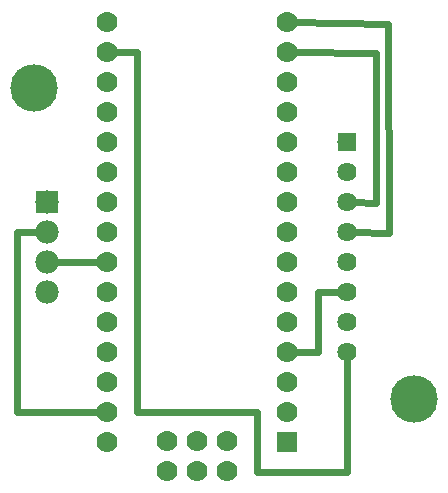
<source format=gbl>
G04 MADE WITH FRITZING*
G04 WWW.FRITZING.ORG*
G04 DOUBLE SIDED*
G04 HOLES PLATED*
G04 CONTOUR ON CENTER OF CONTOUR VECTOR*
%ASAXBY*%
%FSLAX23Y23*%
%MOIN*%
%OFA0B0*%
%SFA1.0B1.0*%
%ADD10C,0.064000*%
%ADD11C,0.070000*%
%ADD12C,0.078000*%
%ADD13C,0.158110*%
%ADD14R,0.064000X0.064000*%
%ADD15R,0.069958X0.070000*%
%ADD16R,0.077944X0.077986*%
%ADD17C,0.024000*%
%LNCOPPER0*%
G90*
G70*
G54D10*
X1270Y1183D03*
X1270Y1083D03*
X1270Y983D03*
X1270Y883D03*
X1270Y783D03*
X1270Y683D03*
X1270Y583D03*
X1270Y483D03*
G54D11*
X1070Y183D03*
X1070Y283D03*
X1070Y383D03*
X1070Y483D03*
X1070Y583D03*
X1070Y683D03*
X1070Y783D03*
X1070Y883D03*
X1070Y983D03*
X1070Y1083D03*
X1070Y1183D03*
X1070Y1283D03*
X1070Y1383D03*
X1070Y1483D03*
X1070Y1583D03*
X470Y183D03*
X470Y283D03*
X470Y383D03*
X470Y483D03*
X470Y583D03*
X470Y683D03*
X470Y783D03*
X470Y883D03*
X470Y983D03*
X470Y1083D03*
X470Y1183D03*
X470Y1283D03*
X470Y1383D03*
X470Y1483D03*
X470Y1583D03*
X870Y88D03*
X870Y188D03*
X770Y88D03*
X770Y188D03*
X669Y88D03*
X669Y188D03*
G54D12*
X270Y983D03*
X270Y883D03*
X270Y783D03*
X270Y683D03*
G54D13*
X1494Y327D03*
X228Y1364D03*
G54D14*
X1270Y1183D03*
G54D15*
X1070Y183D03*
G54D16*
X270Y983D03*
G54D17*
X1270Y463D02*
X1270Y83D01*
D02*
X1270Y83D02*
X969Y83D01*
D02*
X969Y83D02*
X970Y283D01*
D02*
X970Y283D02*
X569Y283D01*
D02*
X569Y283D02*
X571Y1382D01*
D02*
X569Y1483D02*
X488Y1483D01*
D02*
X571Y1382D02*
X569Y1483D01*
D02*
X171Y883D02*
X251Y883D01*
D02*
X171Y283D02*
X171Y883D01*
D02*
X452Y283D02*
X171Y283D01*
D02*
X452Y783D02*
X289Y783D01*
D02*
X1407Y1577D02*
X1409Y881D01*
D02*
X1409Y881D02*
X1290Y883D01*
D02*
X1088Y1583D02*
X1407Y1577D01*
D02*
X1365Y1482D02*
X1367Y981D01*
D02*
X1367Y981D02*
X1290Y983D01*
D02*
X1088Y1483D02*
X1365Y1482D01*
D02*
X1174Y483D02*
X1088Y483D01*
D02*
X1250Y683D02*
X1173Y684D01*
D02*
X1173Y684D02*
X1174Y483D01*
G04 End of Copper0*
M02*
</source>
